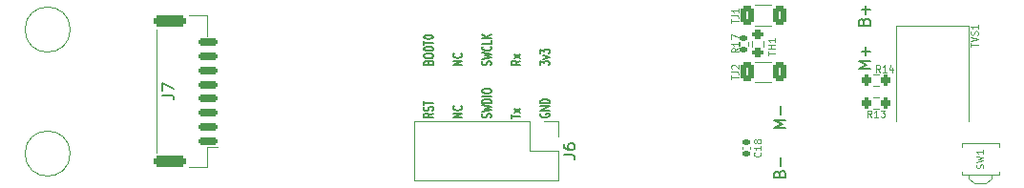
<source format=gto>
%TF.GenerationSoftware,KiCad,Pcbnew,(6.0.5)*%
%TF.CreationDate,2022-06-29T17:31:44+12:00*%
%TF.ProjectId,OpenEFCS_electronics,4f70656e-4546-4435-935f-656c65637472,rev?*%
%TF.SameCoordinates,Original*%
%TF.FileFunction,Legend,Top*%
%TF.FilePolarity,Positive*%
%FSLAX46Y46*%
G04 Gerber Fmt 4.6, Leading zero omitted, Abs format (unit mm)*
G04 Created by KiCad (PCBNEW (6.0.5)) date 2022-06-29 17:31:44*
%MOMM*%
%LPD*%
G01*
G04 APERTURE LIST*
G04 Aperture macros list*
%AMRoundRect*
0 Rectangle with rounded corners*
0 $1 Rounding radius*
0 $2 $3 $4 $5 $6 $7 $8 $9 X,Y pos of 4 corners*
0 Add a 4 corners polygon primitive as box body*
4,1,4,$2,$3,$4,$5,$6,$7,$8,$9,$2,$3,0*
0 Add four circle primitives for the rounded corners*
1,1,$1+$1,$2,$3*
1,1,$1+$1,$4,$5*
1,1,$1+$1,$6,$7*
1,1,$1+$1,$8,$9*
0 Add four rect primitives between the rounded corners*
20,1,$1+$1,$2,$3,$4,$5,0*
20,1,$1+$1,$4,$5,$6,$7,0*
20,1,$1+$1,$6,$7,$8,$9,0*
20,1,$1+$1,$8,$9,$2,$3,0*%
G04 Aperture macros list end*
%ADD10C,0.120000*%
%ADD11C,0.150000*%
%ADD12RoundRect,0.200000X0.275000X-0.200000X0.275000X0.200000X-0.275000X0.200000X-0.275000X-0.200000X0*%
%ADD13RoundRect,0.200000X0.200000X0.275000X-0.200000X0.275000X-0.200000X-0.275000X0.200000X-0.275000X0*%
%ADD14RoundRect,0.250000X-0.312500X-0.625000X0.312500X-0.625000X0.312500X0.625000X-0.312500X0.625000X0*%
%ADD15RoundRect,0.250000X-0.250000X-0.750000X0.250000X-0.750000X0.250000X0.750000X-0.250000X0.750000X0*%
%ADD16R,3.300000X2.500000*%
%ADD17R,0.900000X1.700000*%
%ADD18RoundRect,0.150000X0.700000X-0.150000X0.700000X0.150000X-0.700000X0.150000X-0.700000X-0.150000X0*%
%ADD19RoundRect,0.250000X1.150000X-0.250000X1.150000X0.250000X-1.150000X0.250000X-1.150000X-0.250000X0*%
%ADD20RoundRect,0.140000X-0.170000X0.140000X-0.170000X-0.140000X0.170000X-0.140000X0.170000X0.140000X0*%
%ADD21RoundRect,0.250000X0.312500X0.625000X-0.312500X0.625000X-0.312500X-0.625000X0.312500X-0.625000X0*%
%ADD22RoundRect,0.135000X0.185000X-0.135000X0.185000X0.135000X-0.185000X0.135000X-0.185000X-0.135000X0*%
G04 APERTURE END LIST*
D10*
X31500000Y-94000000D02*
G75*
G03*
X31500000Y-94000000I-2000000J0D01*
G01*
X31500000Y-105000000D02*
G75*
G03*
X31500000Y-105000000I-2000000J0D01*
G01*
D11*
X94952380Y-102702380D02*
X93952380Y-102702380D01*
X94666666Y-102369047D01*
X93952380Y-102035714D01*
X94952380Y-102035714D01*
X94571428Y-101559523D02*
X94571428Y-100797619D01*
X94428571Y-106797619D02*
X94476190Y-106654761D01*
X94523809Y-106607142D01*
X94619047Y-106559523D01*
X94761904Y-106559523D01*
X94857142Y-106607142D01*
X94904761Y-106654761D01*
X94952380Y-106750000D01*
X94952380Y-107130952D01*
X93952380Y-107130952D01*
X93952380Y-106797619D01*
X94000000Y-106702380D01*
X94047619Y-106654761D01*
X94142857Y-106607142D01*
X94238095Y-106607142D01*
X94333333Y-106654761D01*
X94380952Y-106702380D01*
X94428571Y-106797619D01*
X94428571Y-107130952D01*
X94571428Y-106130952D02*
X94571428Y-105369047D01*
X102452380Y-97452380D02*
X101452380Y-97452380D01*
X102166666Y-97119047D01*
X101452380Y-96785714D01*
X102452380Y-96785714D01*
X102071428Y-96309523D02*
X102071428Y-95547619D01*
X102452380Y-95928571D02*
X101690476Y-95928571D01*
X101928571Y-93297619D02*
X101976190Y-93154761D01*
X102023809Y-93107142D01*
X102119047Y-93059523D01*
X102261904Y-93059523D01*
X102357142Y-93107142D01*
X102404761Y-93154761D01*
X102452380Y-93250000D01*
X102452380Y-93630952D01*
X101452380Y-93630952D01*
X101452380Y-93297619D01*
X101500000Y-93202380D01*
X101547619Y-93154761D01*
X101642857Y-93107142D01*
X101738095Y-93107142D01*
X101833333Y-93154761D01*
X101880952Y-93202380D01*
X101928571Y-93297619D01*
X101928571Y-93630952D01*
X102071428Y-92630952D02*
X102071428Y-91869047D01*
X102452380Y-92250000D02*
X101690476Y-92250000D01*
X63709904Y-101416785D02*
X63328952Y-101616785D01*
X63709904Y-101759642D02*
X62909904Y-101759642D01*
X62909904Y-101531071D01*
X62948000Y-101473928D01*
X62986095Y-101445357D01*
X63062285Y-101416785D01*
X63176571Y-101416785D01*
X63252761Y-101445357D01*
X63290857Y-101473928D01*
X63328952Y-101531071D01*
X63328952Y-101759642D01*
X63671809Y-101188214D02*
X63709904Y-101102500D01*
X63709904Y-100959642D01*
X63671809Y-100902500D01*
X63633714Y-100873928D01*
X63557523Y-100845357D01*
X63481333Y-100845357D01*
X63405142Y-100873928D01*
X63367047Y-100902500D01*
X63328952Y-100959642D01*
X63290857Y-101073928D01*
X63252761Y-101131071D01*
X63214666Y-101159642D01*
X63138476Y-101188214D01*
X63062285Y-101188214D01*
X62986095Y-101159642D01*
X62948000Y-101131071D01*
X62909904Y-101073928D01*
X62909904Y-100931071D01*
X62948000Y-100845357D01*
X62909904Y-100673928D02*
X62909904Y-100331071D01*
X63709904Y-100502500D02*
X62909904Y-100502500D01*
X63290857Y-96902500D02*
X63328952Y-96816785D01*
X63367047Y-96788214D01*
X63443238Y-96759642D01*
X63557523Y-96759642D01*
X63633714Y-96788214D01*
X63671809Y-96816785D01*
X63709904Y-96873928D01*
X63709904Y-97102500D01*
X62909904Y-97102500D01*
X62909904Y-96902500D01*
X62948000Y-96845357D01*
X62986095Y-96816785D01*
X63062285Y-96788214D01*
X63138476Y-96788214D01*
X63214666Y-96816785D01*
X63252761Y-96845357D01*
X63290857Y-96902500D01*
X63290857Y-97102500D01*
X62909904Y-96388214D02*
X62909904Y-96273928D01*
X62948000Y-96216785D01*
X63024190Y-96159642D01*
X63176571Y-96131071D01*
X63443238Y-96131071D01*
X63595619Y-96159642D01*
X63671809Y-96216785D01*
X63709904Y-96273928D01*
X63709904Y-96388214D01*
X63671809Y-96445357D01*
X63595619Y-96502500D01*
X63443238Y-96531071D01*
X63176571Y-96531071D01*
X63024190Y-96502500D01*
X62948000Y-96445357D01*
X62909904Y-96388214D01*
X62909904Y-95759642D02*
X62909904Y-95645357D01*
X62948000Y-95588214D01*
X63024190Y-95531071D01*
X63176571Y-95502500D01*
X63443238Y-95502500D01*
X63595619Y-95531071D01*
X63671809Y-95588214D01*
X63709904Y-95645357D01*
X63709904Y-95759642D01*
X63671809Y-95816785D01*
X63595619Y-95873928D01*
X63443238Y-95902500D01*
X63176571Y-95902500D01*
X63024190Y-95873928D01*
X62948000Y-95816785D01*
X62909904Y-95759642D01*
X62909904Y-95331071D02*
X62909904Y-94988214D01*
X63709904Y-95159642D02*
X62909904Y-95159642D01*
X62909904Y-94673928D02*
X62909904Y-94616785D01*
X62948000Y-94559642D01*
X62986095Y-94531071D01*
X63062285Y-94502500D01*
X63214666Y-94473928D01*
X63405142Y-94473928D01*
X63557523Y-94502500D01*
X63633714Y-94531071D01*
X63671809Y-94559642D01*
X63709904Y-94616785D01*
X63709904Y-94673928D01*
X63671809Y-94731071D01*
X63633714Y-94759642D01*
X63557523Y-94788214D01*
X63405142Y-94816785D01*
X63214666Y-94816785D01*
X63062285Y-94788214D01*
X62986095Y-94759642D01*
X62948000Y-94731071D01*
X62909904Y-94673928D01*
X66285904Y-101759642D02*
X65485904Y-101759642D01*
X66285904Y-101416785D01*
X65485904Y-101416785D01*
X66209714Y-100788214D02*
X66247809Y-100816785D01*
X66285904Y-100902500D01*
X66285904Y-100959642D01*
X66247809Y-101045357D01*
X66171619Y-101102500D01*
X66095428Y-101131071D01*
X65943047Y-101159642D01*
X65828761Y-101159642D01*
X65676380Y-101131071D01*
X65600190Y-101102500D01*
X65524000Y-101045357D01*
X65485904Y-100959642D01*
X65485904Y-100902500D01*
X65524000Y-100816785D01*
X65562095Y-100788214D01*
X66285904Y-97102500D02*
X65485904Y-97102500D01*
X66285904Y-96759642D01*
X65485904Y-96759642D01*
X66209714Y-96131071D02*
X66247809Y-96159642D01*
X66285904Y-96245357D01*
X66285904Y-96302500D01*
X66247809Y-96388214D01*
X66171619Y-96445357D01*
X66095428Y-96473928D01*
X65943047Y-96502500D01*
X65828761Y-96502500D01*
X65676380Y-96473928D01*
X65600190Y-96445357D01*
X65524000Y-96388214D01*
X65485904Y-96302500D01*
X65485904Y-96245357D01*
X65524000Y-96159642D01*
X65562095Y-96131071D01*
X68823809Y-101788214D02*
X68861904Y-101702500D01*
X68861904Y-101559642D01*
X68823809Y-101502500D01*
X68785714Y-101473928D01*
X68709523Y-101445357D01*
X68633333Y-101445357D01*
X68557142Y-101473928D01*
X68519047Y-101502500D01*
X68480952Y-101559642D01*
X68442857Y-101673928D01*
X68404761Y-101731071D01*
X68366666Y-101759642D01*
X68290476Y-101788214D01*
X68214285Y-101788214D01*
X68138095Y-101759642D01*
X68100000Y-101731071D01*
X68061904Y-101673928D01*
X68061904Y-101531071D01*
X68100000Y-101445357D01*
X68061904Y-101245357D02*
X68861904Y-101102500D01*
X68290476Y-100988214D01*
X68861904Y-100873928D01*
X68061904Y-100731071D01*
X68861904Y-100502500D02*
X68061904Y-100502500D01*
X68061904Y-100359642D01*
X68100000Y-100273928D01*
X68176190Y-100216785D01*
X68252380Y-100188214D01*
X68404761Y-100159642D01*
X68519047Y-100159642D01*
X68671428Y-100188214D01*
X68747619Y-100216785D01*
X68823809Y-100273928D01*
X68861904Y-100359642D01*
X68861904Y-100502500D01*
X68861904Y-99902500D02*
X68061904Y-99902500D01*
X68061904Y-99502500D02*
X68061904Y-99388214D01*
X68100000Y-99331071D01*
X68176190Y-99273928D01*
X68328571Y-99245357D01*
X68595238Y-99245357D01*
X68747619Y-99273928D01*
X68823809Y-99331071D01*
X68861904Y-99388214D01*
X68861904Y-99502500D01*
X68823809Y-99559642D01*
X68747619Y-99616785D01*
X68595238Y-99645357D01*
X68328571Y-99645357D01*
X68176190Y-99616785D01*
X68100000Y-99559642D01*
X68061904Y-99502500D01*
X68823809Y-97131071D02*
X68861904Y-97045357D01*
X68861904Y-96902500D01*
X68823809Y-96845357D01*
X68785714Y-96816785D01*
X68709523Y-96788214D01*
X68633333Y-96788214D01*
X68557142Y-96816785D01*
X68519047Y-96845357D01*
X68480952Y-96902500D01*
X68442857Y-97016785D01*
X68404761Y-97073928D01*
X68366666Y-97102500D01*
X68290476Y-97131071D01*
X68214285Y-97131071D01*
X68138095Y-97102500D01*
X68100000Y-97073928D01*
X68061904Y-97016785D01*
X68061904Y-96873928D01*
X68100000Y-96788214D01*
X68061904Y-96588214D02*
X68861904Y-96445357D01*
X68290476Y-96331071D01*
X68861904Y-96216785D01*
X68061904Y-96073928D01*
X68785714Y-95502500D02*
X68823809Y-95531071D01*
X68861904Y-95616785D01*
X68861904Y-95673928D01*
X68823809Y-95759642D01*
X68747619Y-95816785D01*
X68671428Y-95845357D01*
X68519047Y-95873928D01*
X68404761Y-95873928D01*
X68252380Y-95845357D01*
X68176190Y-95816785D01*
X68100000Y-95759642D01*
X68061904Y-95673928D01*
X68061904Y-95616785D01*
X68100000Y-95531071D01*
X68138095Y-95502500D01*
X68861904Y-94959642D02*
X68861904Y-95245357D01*
X68061904Y-95245357D01*
X68861904Y-94759642D02*
X68061904Y-94759642D01*
X68861904Y-94416785D02*
X68404761Y-94673928D01*
X68061904Y-94416785D02*
X68519047Y-94759642D01*
X70637904Y-101845357D02*
X70637904Y-101502500D01*
X71437904Y-101673928D02*
X70637904Y-101673928D01*
X71437904Y-101359642D02*
X70904571Y-101045357D01*
X70904571Y-101359642D02*
X71437904Y-101045357D01*
X71437904Y-96759642D02*
X71056952Y-96959642D01*
X71437904Y-97102500D02*
X70637904Y-97102500D01*
X70637904Y-96873928D01*
X70676000Y-96816785D01*
X70714095Y-96788214D01*
X70790285Y-96759642D01*
X70904571Y-96759642D01*
X70980761Y-96788214D01*
X71018857Y-96816785D01*
X71056952Y-96873928D01*
X71056952Y-97102500D01*
X71437904Y-96559642D02*
X70904571Y-96245357D01*
X70904571Y-96559642D02*
X71437904Y-96245357D01*
X73252000Y-101445357D02*
X73213904Y-101502500D01*
X73213904Y-101588214D01*
X73252000Y-101673928D01*
X73328190Y-101731071D01*
X73404380Y-101759642D01*
X73556761Y-101788214D01*
X73671047Y-101788214D01*
X73823428Y-101759642D01*
X73899619Y-101731071D01*
X73975809Y-101673928D01*
X74013904Y-101588214D01*
X74013904Y-101531071D01*
X73975809Y-101445357D01*
X73937714Y-101416785D01*
X73671047Y-101416785D01*
X73671047Y-101531071D01*
X74013904Y-101159642D02*
X73213904Y-101159642D01*
X74013904Y-100816785D01*
X73213904Y-100816785D01*
X74013904Y-100531071D02*
X73213904Y-100531071D01*
X73213904Y-100388214D01*
X73252000Y-100302500D01*
X73328190Y-100245357D01*
X73404380Y-100216785D01*
X73556761Y-100188214D01*
X73671047Y-100188214D01*
X73823428Y-100216785D01*
X73899619Y-100245357D01*
X73975809Y-100302500D01*
X74013904Y-100388214D01*
X74013904Y-100531071D01*
X73213904Y-97159642D02*
X73213904Y-96788214D01*
X73518666Y-96988214D01*
X73518666Y-96902500D01*
X73556761Y-96845357D01*
X73594857Y-96816785D01*
X73671047Y-96788214D01*
X73861523Y-96788214D01*
X73937714Y-96816785D01*
X73975809Y-96845357D01*
X74013904Y-96902500D01*
X74013904Y-97073928D01*
X73975809Y-97131071D01*
X73937714Y-97159642D01*
X73480571Y-96588214D02*
X74013904Y-96445357D01*
X73480571Y-96302500D01*
X73213904Y-96131071D02*
X73213904Y-95759642D01*
X73518666Y-95959642D01*
X73518666Y-95873928D01*
X73556761Y-95816785D01*
X73594857Y-95788214D01*
X73671047Y-95759642D01*
X73861523Y-95759642D01*
X73937714Y-95788214D01*
X73975809Y-95816785D01*
X74013904Y-95873928D01*
X74013904Y-96045357D01*
X73975809Y-96102500D01*
X73937714Y-96131071D01*
D10*
%TO.C,TH1*%
X93421428Y-96271428D02*
X93421428Y-95928571D01*
X94021428Y-96100000D02*
X93421428Y-96100000D01*
X94021428Y-95728571D02*
X93421428Y-95728571D01*
X93707142Y-95728571D02*
X93707142Y-95385714D01*
X94021428Y-95385714D02*
X93421428Y-95385714D01*
X94021428Y-94785714D02*
X94021428Y-95128571D01*
X94021428Y-94957142D02*
X93421428Y-94957142D01*
X93507142Y-95014285D01*
X93564285Y-95071428D01*
X93592857Y-95128571D01*
%TO.C,R13*%
X102614285Y-101771428D02*
X102414285Y-101485714D01*
X102271428Y-101771428D02*
X102271428Y-101171428D01*
X102500000Y-101171428D01*
X102557142Y-101200000D01*
X102585714Y-101228571D01*
X102614285Y-101285714D01*
X102614285Y-101371428D01*
X102585714Y-101428571D01*
X102557142Y-101457142D01*
X102500000Y-101485714D01*
X102271428Y-101485714D01*
X103185714Y-101771428D02*
X102842857Y-101771428D01*
X103014285Y-101771428D02*
X103014285Y-101171428D01*
X102957142Y-101257142D01*
X102900000Y-101314285D01*
X102842857Y-101342857D01*
X103385714Y-101171428D02*
X103757142Y-101171428D01*
X103557142Y-101400000D01*
X103642857Y-101400000D01*
X103700000Y-101428571D01*
X103728571Y-101457142D01*
X103757142Y-101514285D01*
X103757142Y-101657142D01*
X103728571Y-101714285D01*
X103700000Y-101742857D01*
X103642857Y-101771428D01*
X103471428Y-101771428D01*
X103414285Y-101742857D01*
X103385714Y-101714285D01*
%TO.C,TJ2*%
X90171428Y-98435714D02*
X90171428Y-98092857D01*
X90771428Y-98264285D02*
X90171428Y-98264285D01*
X90171428Y-97721428D02*
X90600000Y-97721428D01*
X90685714Y-97750000D01*
X90742857Y-97807142D01*
X90771428Y-97892857D01*
X90771428Y-97950000D01*
X90228571Y-97464285D02*
X90200000Y-97435714D01*
X90171428Y-97378571D01*
X90171428Y-97235714D01*
X90200000Y-97178571D01*
X90228571Y-97150000D01*
X90285714Y-97121428D01*
X90342857Y-97121428D01*
X90428571Y-97150000D01*
X90771428Y-97492857D01*
X90771428Y-97121428D01*
%TO.C,TVS1*%
X111421428Y-95500000D02*
X111421428Y-95157142D01*
X112021428Y-95328571D02*
X111421428Y-95328571D01*
X111421428Y-95042857D02*
X112021428Y-94842857D01*
X111421428Y-94642857D01*
X111992857Y-94471428D02*
X112021428Y-94385714D01*
X112021428Y-94242857D01*
X111992857Y-94185714D01*
X111964285Y-94157142D01*
X111907142Y-94128571D01*
X111850000Y-94128571D01*
X111792857Y-94157142D01*
X111764285Y-94185714D01*
X111735714Y-94242857D01*
X111707142Y-94357142D01*
X111678571Y-94414285D01*
X111650000Y-94442857D01*
X111592857Y-94471428D01*
X111535714Y-94471428D01*
X111478571Y-94442857D01*
X111450000Y-94414285D01*
X111421428Y-94357142D01*
X111421428Y-94214285D01*
X111450000Y-94128571D01*
X112021428Y-93557142D02*
X112021428Y-93900000D01*
X112021428Y-93728571D02*
X111421428Y-93728571D01*
X111507142Y-93785714D01*
X111564285Y-93842857D01*
X111592857Y-93900000D01*
%TO.C,SW1*%
X112492857Y-106300000D02*
X112521428Y-106214285D01*
X112521428Y-106071428D01*
X112492857Y-106014285D01*
X112464285Y-105985714D01*
X112407142Y-105957142D01*
X112350000Y-105957142D01*
X112292857Y-105985714D01*
X112264285Y-106014285D01*
X112235714Y-106071428D01*
X112207142Y-106185714D01*
X112178571Y-106242857D01*
X112150000Y-106271428D01*
X112092857Y-106300000D01*
X112035714Y-106300000D01*
X111978571Y-106271428D01*
X111950000Y-106242857D01*
X111921428Y-106185714D01*
X111921428Y-106042857D01*
X111950000Y-105957142D01*
X111921428Y-105757142D02*
X112521428Y-105614285D01*
X112092857Y-105500000D01*
X112521428Y-105385714D01*
X111921428Y-105242857D01*
X112521428Y-104700000D02*
X112521428Y-105042857D01*
X112521428Y-104871428D02*
X111921428Y-104871428D01*
X112007142Y-104928571D01*
X112064285Y-104985714D01*
X112092857Y-105042857D01*
D11*
%TO.C,J7*%
X39702380Y-99833333D02*
X40416666Y-99833333D01*
X40559523Y-99880952D01*
X40654761Y-99976190D01*
X40702380Y-100119047D01*
X40702380Y-100214285D01*
X39702380Y-99452380D02*
X39702380Y-98785714D01*
X40702380Y-99214285D01*
D10*
%TO.C,R14*%
X103364285Y-97771428D02*
X103164285Y-97485714D01*
X103021428Y-97771428D02*
X103021428Y-97171428D01*
X103250000Y-97171428D01*
X103307142Y-97200000D01*
X103335714Y-97228571D01*
X103364285Y-97285714D01*
X103364285Y-97371428D01*
X103335714Y-97428571D01*
X103307142Y-97457142D01*
X103250000Y-97485714D01*
X103021428Y-97485714D01*
X103935714Y-97771428D02*
X103592857Y-97771428D01*
X103764285Y-97771428D02*
X103764285Y-97171428D01*
X103707142Y-97257142D01*
X103650000Y-97314285D01*
X103592857Y-97342857D01*
X104450000Y-97371428D02*
X104450000Y-97771428D01*
X104307142Y-97142857D02*
X104164285Y-97571428D01*
X104535714Y-97571428D01*
%TO.C,C18*%
X92714285Y-104885714D02*
X92742857Y-104914285D01*
X92771428Y-105000000D01*
X92771428Y-105057142D01*
X92742857Y-105142857D01*
X92685714Y-105200000D01*
X92628571Y-105228571D01*
X92514285Y-105257142D01*
X92428571Y-105257142D01*
X92314285Y-105228571D01*
X92257142Y-105200000D01*
X92200000Y-105142857D01*
X92171428Y-105057142D01*
X92171428Y-105000000D01*
X92200000Y-104914285D01*
X92228571Y-104885714D01*
X92771428Y-104314285D02*
X92771428Y-104657142D01*
X92771428Y-104485714D02*
X92171428Y-104485714D01*
X92257142Y-104542857D01*
X92314285Y-104600000D01*
X92342857Y-104657142D01*
X92428571Y-103971428D02*
X92400000Y-104028571D01*
X92371428Y-104057142D01*
X92314285Y-104085714D01*
X92285714Y-104085714D01*
X92228571Y-104057142D01*
X92200000Y-104028571D01*
X92171428Y-103971428D01*
X92171428Y-103857142D01*
X92200000Y-103800000D01*
X92228571Y-103771428D01*
X92285714Y-103742857D01*
X92314285Y-103742857D01*
X92371428Y-103771428D01*
X92400000Y-103800000D01*
X92428571Y-103857142D01*
X92428571Y-103971428D01*
X92457142Y-104028571D01*
X92485714Y-104057142D01*
X92542857Y-104085714D01*
X92657142Y-104085714D01*
X92714285Y-104057142D01*
X92742857Y-104028571D01*
X92771428Y-103971428D01*
X92771428Y-103857142D01*
X92742857Y-103800000D01*
X92714285Y-103771428D01*
X92657142Y-103742857D01*
X92542857Y-103742857D01*
X92485714Y-103771428D01*
X92457142Y-103800000D01*
X92428571Y-103857142D01*
%TO.C,TJ1*%
X90171428Y-93435714D02*
X90171428Y-93092857D01*
X90771428Y-93264285D02*
X90171428Y-93264285D01*
X90171428Y-92721428D02*
X90600000Y-92721428D01*
X90685714Y-92750000D01*
X90742857Y-92807142D01*
X90771428Y-92892857D01*
X90771428Y-92950000D01*
X90771428Y-92121428D02*
X90771428Y-92464285D01*
X90771428Y-92292857D02*
X90171428Y-92292857D01*
X90257142Y-92350000D01*
X90314285Y-92407142D01*
X90342857Y-92464285D01*
D11*
%TO.C,J6*%
X75282380Y-105103333D02*
X75996666Y-105103333D01*
X76139523Y-105150952D01*
X76234761Y-105246190D01*
X76282380Y-105389047D01*
X76282380Y-105484285D01*
X75282380Y-104198571D02*
X75282380Y-104389047D01*
X75330000Y-104484285D01*
X75377619Y-104531904D01*
X75520476Y-104627142D01*
X75710952Y-104674761D01*
X76091904Y-104674761D01*
X76187142Y-104627142D01*
X76234761Y-104579523D01*
X76282380Y-104484285D01*
X76282380Y-104293809D01*
X76234761Y-104198571D01*
X76187142Y-104150952D01*
X76091904Y-104103333D01*
X75853809Y-104103333D01*
X75758571Y-104150952D01*
X75710952Y-104198571D01*
X75663333Y-104293809D01*
X75663333Y-104484285D01*
X75710952Y-104579523D01*
X75758571Y-104627142D01*
X75853809Y-104674761D01*
D10*
%TO.C,R17*%
X90771428Y-95635714D02*
X90485714Y-95835714D01*
X90771428Y-95978571D02*
X90171428Y-95978571D01*
X90171428Y-95750000D01*
X90200000Y-95692857D01*
X90228571Y-95664285D01*
X90285714Y-95635714D01*
X90371428Y-95635714D01*
X90428571Y-95664285D01*
X90457142Y-95692857D01*
X90485714Y-95750000D01*
X90485714Y-95978571D01*
X90771428Y-95064285D02*
X90771428Y-95407142D01*
X90771428Y-95235714D02*
X90171428Y-95235714D01*
X90257142Y-95292857D01*
X90314285Y-95350000D01*
X90342857Y-95407142D01*
X90171428Y-94864285D02*
X90171428Y-94464285D01*
X90771428Y-94721428D01*
%TO.C,TH1*%
X93022500Y-95487258D02*
X93022500Y-95012742D01*
X91977500Y-95487258D02*
X91977500Y-95012742D01*
%TO.C,R13*%
X103237258Y-99977500D02*
X102762742Y-99977500D01*
X103237258Y-101022500D02*
X102762742Y-101022500D01*
%TO.C,TJ2*%
X92272936Y-98660000D02*
X93727064Y-98660000D01*
X92272936Y-96840000D02*
X93727064Y-96840000D01*
%TO.C,TVS1*%
X111250000Y-93700000D02*
X111250000Y-102100000D01*
X104750000Y-93700000D02*
X111250000Y-93700000D01*
X104750000Y-93700000D02*
X104750000Y-102100000D01*
%TO.C,SW1*%
X113900000Y-104400000D02*
X113900000Y-104100000D01*
X113900000Y-106900000D02*
X110600000Y-106900000D01*
X110600000Y-104100000D02*
X110600000Y-104400000D01*
X112750000Y-107600000D02*
X111750000Y-107600000D01*
X113900000Y-106600000D02*
X113900000Y-106900000D01*
X111750000Y-107600000D02*
X111250000Y-107220000D01*
X110600000Y-106900000D02*
X110600000Y-106600000D01*
X112750000Y-107600000D02*
X113250000Y-107220000D01*
X111250000Y-107220000D02*
X111250000Y-106900000D01*
X113900000Y-104100000D02*
X110600000Y-104100000D01*
X113250000Y-107220000D02*
X113250000Y-106900000D01*
%TO.C,J7*%
X42010000Y-106235000D02*
X43610000Y-106235000D01*
X42010000Y-92765000D02*
X43610000Y-92765000D01*
X43610000Y-104435000D02*
X44550000Y-104435000D01*
X43610000Y-92765000D02*
X43610000Y-94565000D01*
X43610000Y-106235000D02*
X43610000Y-104435000D01*
X39140000Y-104965000D02*
X39140000Y-94035000D01*
%TO.C,R14*%
X103237258Y-99022500D02*
X102762742Y-99022500D01*
X103237258Y-97977500D02*
X102762742Y-97977500D01*
%TO.C,C18*%
X91140000Y-104392164D02*
X91140000Y-104607836D01*
X91860000Y-104392164D02*
X91860000Y-104607836D01*
%TO.C,TJ1*%
X93727064Y-91840000D02*
X92272936Y-91840000D01*
X93727064Y-93660000D02*
X92272936Y-93660000D01*
%TO.C,J6*%
X72230000Y-102170000D02*
X72230000Y-104770000D01*
X72230000Y-102170000D02*
X62010000Y-102170000D01*
X73500000Y-102170000D02*
X74830000Y-102170000D01*
X74830000Y-102170000D02*
X74830000Y-103500000D01*
X74830000Y-104770000D02*
X74830000Y-107370000D01*
X62010000Y-102170000D02*
X62010000Y-107370000D01*
X74830000Y-107370000D02*
X62010000Y-107370000D01*
X72230000Y-104770000D02*
X74830000Y-104770000D01*
%TO.C,R17*%
X91630000Y-95403641D02*
X91630000Y-95096359D01*
X90870000Y-95403641D02*
X90870000Y-95096359D01*
%TD*%
%LPC*%
D12*
%TO.C,TH1*%
X92500000Y-96075000D03*
X92500000Y-94425000D03*
%TD*%
D13*
%TO.C,R13*%
X103825000Y-100500000D03*
X102175000Y-100500000D03*
%TD*%
D14*
%TO.C,TJ2*%
X91537500Y-97750000D03*
X94462500Y-97750000D03*
%TD*%
D15*
%TO.C,J4*%
X100000000Y-101750000D03*
%TD*%
D16*
%TO.C,TVS1*%
X108000000Y-95100000D03*
X108000000Y-101900000D03*
%TD*%
D17*
%TO.C,SW1*%
X113950000Y-105500000D03*
X110550000Y-105500000D03*
%TD*%
D18*
%TO.C,J7*%
X43700000Y-103875000D03*
X43700000Y-102625000D03*
X43700000Y-101375000D03*
X43700000Y-100125000D03*
X43700000Y-98875000D03*
X43700000Y-97625000D03*
X43700000Y-96375000D03*
X43700000Y-95125000D03*
D19*
X40350000Y-105725000D03*
X40350000Y-93275000D03*
%TD*%
D13*
%TO.C,R14*%
X103825000Y-98500000D03*
X102175000Y-98500000D03*
%TD*%
D15*
%TO.C,J2*%
X100000000Y-106250000D03*
%TD*%
%TO.C,J3*%
X100000000Y-97250000D03*
%TD*%
D20*
%TO.C,C18*%
X91500000Y-104020000D03*
X91500000Y-104980000D03*
%TD*%
D21*
%TO.C,TJ1*%
X94462500Y-92750000D03*
X91537500Y-92750000D03*
%TD*%
D15*
%TO.C,J1*%
X100000000Y-92750000D03*
%TD*%
D22*
%TO.C,R17*%
X91250000Y-95760000D03*
X91250000Y-94740000D03*
%TD*%
G36*
X101017183Y-104768907D02*
G01*
X101028996Y-104778996D01*
X101221004Y-104971004D01*
X101248781Y-105025521D01*
X101250000Y-105041008D01*
X101250000Y-107458992D01*
X101231093Y-107517183D01*
X101221004Y-107528996D01*
X101028996Y-107721004D01*
X100974479Y-107748781D01*
X100958992Y-107750000D01*
X95541008Y-107750000D01*
X95482817Y-107731093D01*
X95471004Y-107721004D01*
X95278996Y-107528996D01*
X95251219Y-107474479D01*
X95250000Y-107458992D01*
X95250000Y-105041008D01*
X95268907Y-104982817D01*
X95278996Y-104971004D01*
X95471004Y-104778996D01*
X95525521Y-104751219D01*
X95541008Y-104750000D01*
X100958992Y-104750000D01*
X101017183Y-104768907D01*
G37*
G36*
X101017183Y-95768907D02*
G01*
X101028996Y-95778996D01*
X101221004Y-95971004D01*
X101248781Y-96025521D01*
X101250000Y-96041008D01*
X101250000Y-98458992D01*
X101231093Y-98517183D01*
X101221004Y-98528996D01*
X101028996Y-98721004D01*
X100974479Y-98748781D01*
X100958992Y-98750000D01*
X95541008Y-98750000D01*
X95482817Y-98731093D01*
X95471004Y-98721004D01*
X95278996Y-98528996D01*
X95251219Y-98474479D01*
X95250000Y-98458992D01*
X95250000Y-96041008D01*
X95268907Y-95982817D01*
X95278996Y-95971004D01*
X95471004Y-95778996D01*
X95525521Y-95751219D01*
X95541008Y-95750000D01*
X100958992Y-95750000D01*
X101017183Y-95768907D01*
G37*
G36*
X101017183Y-100268907D02*
G01*
X101028996Y-100278996D01*
X101221004Y-100471004D01*
X101248781Y-100525521D01*
X101250000Y-100541008D01*
X101250000Y-102958992D01*
X101231093Y-103017183D01*
X101221004Y-103028996D01*
X101028996Y-103221004D01*
X100974479Y-103248781D01*
X100958992Y-103250000D01*
X95541008Y-103250000D01*
X95482817Y-103231093D01*
X95471004Y-103221004D01*
X95278996Y-103028996D01*
X95251219Y-102974479D01*
X95250000Y-102958992D01*
X95250000Y-100541008D01*
X95268907Y-100482817D01*
X95278996Y-100471004D01*
X95471004Y-100278996D01*
X95525521Y-100251219D01*
X95541008Y-100250000D01*
X100958992Y-100250000D01*
X101017183Y-100268907D01*
G37*
G36*
X101017183Y-91268907D02*
G01*
X101028996Y-91278996D01*
X101221004Y-91471004D01*
X101248781Y-91525521D01*
X101250000Y-91541008D01*
X101250000Y-93958992D01*
X101231093Y-94017183D01*
X101221004Y-94028996D01*
X101028996Y-94221004D01*
X100974479Y-94248781D01*
X100958992Y-94250000D01*
X95541008Y-94250000D01*
X95482817Y-94231093D01*
X95471004Y-94221004D01*
X95278996Y-94028996D01*
X95251219Y-93974479D01*
X95250000Y-93958992D01*
X95250000Y-91541008D01*
X95268907Y-91482817D01*
X95278996Y-91471004D01*
X95471004Y-91278996D01*
X95525521Y-91251219D01*
X95541008Y-91250000D01*
X100958992Y-91250000D01*
X101017183Y-91268907D01*
G37*
M02*

</source>
